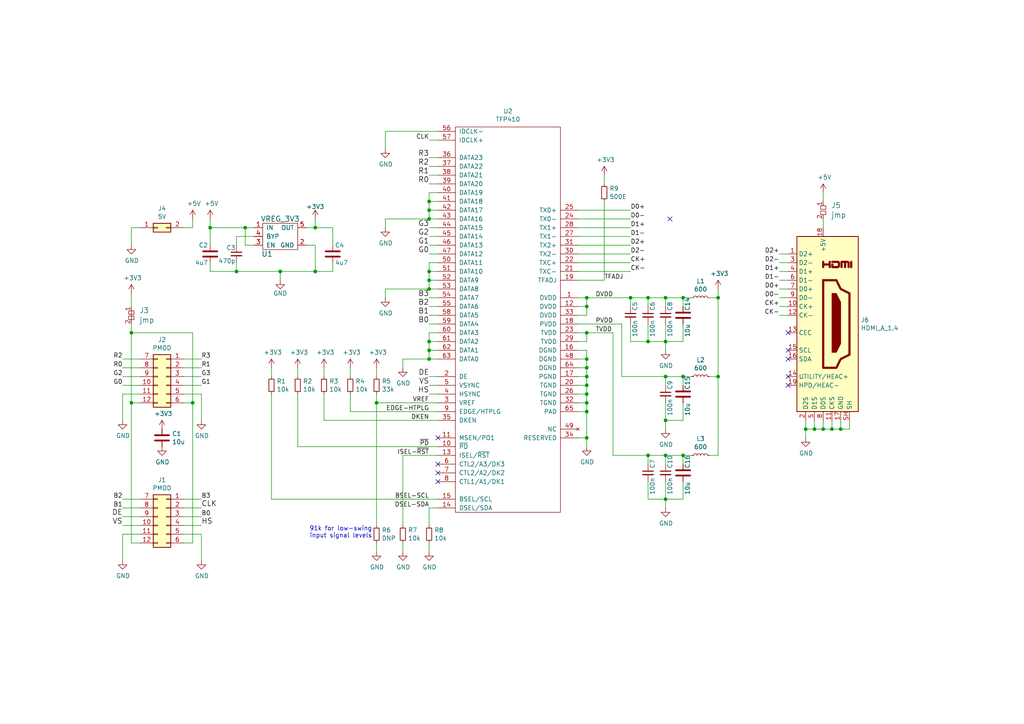
<source format=kicad_sch>
(kicad_sch (version 20230121) (generator eeschema)
  (paper "A4")
  (title_block (title "iCEBreaker PMOD - 12bit DVI") (rev "V0.1a") (company "1BitSquared") (comment 1 "(C) 2018 Piotr Esden-Tempski <piotr@esden.net>") (comment 2 "(C) 2018 1BitSquared <info@1bitsquared.com>") (comment 3 "License: CC-BY-SA V4.0"))
  (lib_symbols
    (symbol "Connector:HDMI_A_1.4"
      (property "Reference" "J" (at -6.35 26.67 0))
      (property "Value" "HDMI_A_1.4" (at 10.16 26.67 0))
      (symbol "HDMI_A_1.4_0_0"
        (polyline (pts (xy 8.128 16.51) (xy 8.128 18.034)) (stroke (width 0.635)))
        (polyline (pts (xy 0 16.51) (xy 0 18.034) (xy 0 17.272) (xy 1.905 17.272) (xy 1.905 18.034) (xy 1.905 16.51)) (stroke (width 0.635)))
        (polyline (pts (xy 2.667 18.034) (xy 4.318 18.034) (xy 4.572 17.78) (xy 4.572 16.764) (xy 4.318 16.51) (xy 2.667 16.51) (xy 2.667 17.272)) (stroke (width 0.635)))
      )
      (symbol "HDMI_A_1.4_0_1"
        (rectangle (start -7.62 25.4) (end 10.16 -25.4) (stroke (width 0.254)) (fill (type background)))
        (polyline (pts (xy 2.54 8.89) (xy 3.81 8.89) (xy 5.08 6.35) (xy 5.08 -5.715) (xy 3.81 -8.255) (xy 2.54 -8.255) (xy 2.54 8.89)) (fill (type outline)))
        (polyline (pts (xy 5.334 16.51) (xy 5.334 18.034) (xy 6.35 18.034) (xy 6.35 16.51) (xy 6.35 18.034) (xy 7.112 18.034) (xy 7.366 17.78) (xy 7.366 16.51)) (stroke (width 0.635)))
        (polyline (pts (xy 0 12.7) (xy 0 -12.7) (xy 3.81 -12.7) (xy 5.08 -10.16) (xy 7.62 -8.89) (xy 7.62 8.89) (xy 5.08 10.16) (xy 3.81 12.7) (xy 0 12.7)) (stroke (width 0.635)))
      )
      (symbol "HDMI_A_1.4_1_1"
        (pin passive line (at -10.16 20.32 0) (length 2.54) (name "D2+") (number "1"))
        (pin passive line (at -10.16 5.08 0) (length 2.54) (name "CK+") (number "10"))
        (pin power_in line (at 2.54 -27.94 90) (length 2.54) (name "CKS") (number "11"))
        (pin passive line (at -10.16 2.54 0) (length 2.54) (name "CK-") (number "12"))
        (pin bidirectional line (at -10.16 -2.54 0) (length 2.54) (name "CEC") (number "13"))
        (pin passive line (at -10.16 -15.24 0) (length 2.54) (name "UTILITY/HEAC+") (number "14"))
        (pin passive line (at -10.16 -7.62 0) (length 2.54) (name "SCL") (number "15"))
        (pin bidirectional line (at -10.16 -10.16 0) (length 2.54) (name "SDA") (number "16"))
        (pin power_in line (at 5.08 -27.94 90) (length 2.54) (name "GND") (number "17"))
        (pin power_in line (at 0 27.94 270) (length 2.54) (name "+5V") (number "18"))
        (pin passive line (at -10.16 -17.78 0) (length 2.54) (name "HPD/HEAC-") (number "19"))
        (pin power_in line (at -5.08 -27.94 90) (length 2.54) (name "D2S") (number "2"))
        (pin passive line (at -10.16 17.78 0) (length 2.54) (name "D2-") (number "3"))
        (pin passive line (at -10.16 15.24 0) (length 2.54) (name "D1+") (number "4"))
        (pin power_in line (at -2.54 -27.94 90) (length 2.54) (name "D1S") (number "5"))
        (pin passive line (at -10.16 12.7 0) (length 2.54) (name "D1-") (number "6"))
        (pin passive line (at -10.16 10.16 0) (length 2.54) (name "D0+") (number "7"))
        (pin power_in line (at 0 -27.94 90) (length 2.54) (name "D0S") (number "8"))
        (pin passive line (at -10.16 7.62 0) (length 2.54) (name "D0-") (number "9"))
        (pin passive line (at 7.62 -27.94 90) (length 2.54) (name "SH") (number "SH"))
      )
    )
    (symbol "Connector_Generic:Conn_02x01" (pin_names (offset 1.016) hide)
      (property "Reference" "J" (at 1.27 2.54 0))
      (property "Value" "Conn_02x01" (at 1.27 -2.54 0))
      (symbol "Conn_02x01_1_1"
        (rectangle (start -1.27 0.127) (end 0 -0.127) (stroke (width 0.1524)))
        (rectangle (start -1.27 1.27) (end 3.81 -1.27) (stroke (width 0.254)) (fill (type background)))
        (rectangle (start 3.81 0.127) (end 2.54 -0.127) (stroke (width 0.1524)))
        (pin passive line (at -5.08 0 0) (length 3.81) (name "Pin_1") (number "1"))
        (pin passive line (at 7.62 0 180) (length 3.81) (name "Pin_2") (number "2"))
      )
    )
    (symbol "Connector_Generic:Conn_02x06_Top_Bottom" (pin_names (offset 1.016) hide)
      (property "Reference" "J" (at 1.27 7.62 0))
      (property "Value" "Conn_02x06_Top_Bottom" (at 1.27 -10.16 0))
      (symbol "Conn_02x06_Top_Bottom_1_1"
        (rectangle (start -1.27 -7.493) (end 0 -7.747) (stroke (width 0.1524)))
        (rectangle (start -1.27 -4.953) (end 0 -5.207) (stroke (width 0.1524)))
        (rectangle (start -1.27 -2.413) (end 0 -2.667) (stroke (width 0.1524)))
        (rectangle (start -1.27 0.127) (end 0 -0.127) (stroke (width 0.1524)))
        (rectangle (start -1.27 2.667) (end 0 2.413) (stroke (width 0.1524)))
        (rectangle (start -1.27 5.207) (end 0 4.953) (stroke (width 0.1524)))
        (rectangle (start -1.27 6.35) (end 3.81 -8.89) (stroke (width 0.254)) (fill (type background)))
        (rectangle (start 3.81 -7.493) (end 2.54 -7.747) (stroke (width 0.1524)))
        (rectangle (start 3.81 -4.953) (end 2.54 -5.207) (stroke (width 0.1524)))
        (rectangle (start 3.81 -2.413) (end 2.54 -2.667) (stroke (width 0.1524)))
        (rectangle (start 3.81 0.127) (end 2.54 -0.127) (stroke (width 0.1524)))
        (rectangle (start 3.81 2.667) (end 2.54 2.413) (stroke (width 0.1524)))
        (rectangle (start 3.81 5.207) (end 2.54 4.953) (stroke (width 0.1524)))
        (pin passive line (at -5.08 5.08 0) (length 3.81) (name "Pin_1") (number "1"))
        (pin passive line (at 7.62 -2.54 180) (length 3.81) (name "Pin_10") (number "10"))
        (pin passive line (at 7.62 -5.08 180) (length 3.81) (name "Pin_11") (number "11"))
        (pin passive line (at 7.62 -7.62 180) (length 3.81) (name "Pin_12") (number "12"))
        (pin passive line (at -5.08 2.54 0) (length 3.81) (name "Pin_2") (number "2"))
        (pin passive line (at -5.08 0 0) (length 3.81) (name "Pin_3") (number "3"))
        (pin passive line (at -5.08 -2.54 0) (length 3.81) (name "Pin_4") (number "4"))
        (pin passive line (at -5.08 -5.08 0) (length 3.81) (name "Pin_5") (number "5"))
        (pin passive line (at -5.08 -7.62 0) (length 3.81) (name "Pin_6") (number "6"))
        (pin passive line (at 7.62 5.08 180) (length 3.81) (name "Pin_7") (number "7"))
        (pin passive line (at 7.62 2.54 180) (length 3.81) (name "Pin_8") (number "8"))
        (pin passive line (at 7.62 0 180) (length 3.81) (name "Pin_9") (number "9"))
      )
    )
    (symbol "dvi-12bit-rescue:TFP410-pkl_texas" (pin_names (offset 1.016))
      (property "Reference" "U" (at 0 55.88 0))
      (property "Value" "pkl_texas:TFP410" (at 0 -58.42 0))
      (symbol "TFP410-pkl_texas_0_1"
        (rectangle (start -15.24 54.61) (end 15.24 -57.15))
      )
      (symbol "TFP410-pkl_texas_1_1"
        (pin power_in line (at 20.32 5.08 180) (length 5.08) (name "DVDD") (number "1"))
        (pin input line (at -20.32 -38.1 0) (length 5.08) (name "~{PD}") (number "10"))
        (pin output line (at -20.32 -35.56 0) (length 5.08) (name "MSEN/PO1") (number "11"))
        (pin power_in line (at 20.32 2.54 180) (length 5.08) (name "DVDD") (number "12"))
        (pin input line (at -20.32 -40.64 0) (length 5.08) (name "ISEL/~{RST}") (number "13"))
        (pin input line (at -20.32 -55.88 0) (length 5.08) (name "DSEL/SDA") (number "14"))
        (pin input line (at -20.32 -53.34 0) (length 5.08) (name "BSEL/SCL") (number "15"))
        (pin power_in line (at 20.32 -10.16 180) (length 5.08) (name "DGND") (number "16"))
        (pin power_in line (at 20.32 -17.78 180) (length 5.08) (name "PGND") (number "17"))
        (pin power_in line (at 20.32 -2.54 180) (length 5.08) (name "PVDD") (number "18"))
        (pin input line (at 20.32 10.16 180) (length 5.08) (name "TFADJ") (number "19"))
        (pin input line (at -20.32 -17.78 0) (length 5.08) (name "DE") (number "2"))
        (pin power_in line (at 20.32 -20.32 180) (length 5.08) (name "TGND") (number "20"))
        (pin output line (at 20.32 12.7 180) (length 5.08) (name "TXC-") (number "21"))
        (pin output line (at 20.32 15.24 180) (length 5.08) (name "TXC+") (number "22"))
        (pin power_in line (at 20.32 -5.08 180) (length 5.08) (name "TVDD") (number "23"))
        (pin output line (at 20.32 27.94 180) (length 5.08) (name "TX0-") (number "24"))
        (pin output line (at 20.32 30.48 180) (length 5.08) (name "TX0+") (number "25"))
        (pin power_in line (at 20.32 -22.86 180) (length 5.08) (name "TGND") (number "26"))
        (pin output line (at 20.32 22.86 180) (length 5.08) (name "TX1-") (number "27"))
        (pin output line (at 20.32 25.4 180) (length 5.08) (name "TX1+") (number "28"))
        (pin power_in line (at 20.32 -7.62 180) (length 5.08) (name "TVDD") (number "29"))
        (pin input line (at -20.32 -25.4 0) (length 5.08) (name "VREF") (number "3"))
        (pin output line (at 20.32 17.78 180) (length 5.08) (name "TX2-") (number "30"))
        (pin output line (at 20.32 20.32 180) (length 5.08) (name "TX2+") (number "31"))
        (pin power_in line (at 20.32 -25.4 180) (length 5.08) (name "TGND") (number "32"))
        (pin power_in line (at 20.32 0 180) (length 5.08) (name "DVDD") (number "33"))
        (pin input line (at 20.32 -35.56 180) (length 5.08) (name "RESERVED") (number "34"))
        (pin input line (at -20.32 -30.48 0) (length 5.08) (name "DKEN") (number "35"))
        (pin input line (at -20.32 45.72 0) (length 5.08) (name "DATA23") (number "36"))
        (pin input line (at -20.32 43.18 0) (length 5.08) (name "DATA22") (number "37"))
        (pin input line (at -20.32 40.64 0) (length 5.08) (name "DATA21") (number "38"))
        (pin input line (at -20.32 38.1 0) (length 5.08) (name "DATA20") (number "39"))
        (pin input line (at -20.32 -22.86 0) (length 5.08) (name "HSYNC") (number "4"))
        (pin input line (at -20.32 35.56 0) (length 5.08) (name "DATA19") (number "40"))
        (pin input line (at -20.32 33.02 0) (length 5.08) (name "DATA18") (number "41"))
        (pin input line (at -20.32 30.48 0) (length 5.08) (name "DATA17") (number "42"))
        (pin input line (at -20.32 27.94 0) (length 5.08) (name "DATA16") (number "43"))
        (pin input line (at -20.32 25.4 0) (length 5.08) (name "DATA15") (number "44"))
        (pin input line (at -20.32 22.86 0) (length 5.08) (name "DATA14") (number "45"))
        (pin input line (at -20.32 20.32 0) (length 5.08) (name "DATA13") (number "46"))
        (pin input line (at -20.32 17.78 0) (length 5.08) (name "DATA12") (number "47"))
        (pin power_in line (at 20.32 -12.7 180) (length 5.08) (name "DGND") (number "48"))
        (pin no_connect line (at 20.32 -33.02 180) (length 5.08) (name "NC") (number "49"))
        (pin input line (at -20.32 -20.32 0) (length 5.08) (name "VSYNC") (number "5"))
        (pin input line (at -20.32 15.24 0) (length 5.08) (name "DATA11") (number "50"))
        (pin input line (at -20.32 12.7 0) (length 5.08) (name "DATA10") (number "51"))
        (pin input line (at -20.32 10.16 0) (length 5.08) (name "DATA9") (number "52"))
        (pin input line (at -20.32 7.62 0) (length 5.08) (name "DATA8") (number "53"))
        (pin input line (at -20.32 5.08 0) (length 5.08) (name "DATA7") (number "54"))
        (pin input line (at -20.32 2.54 0) (length 5.08) (name "DATA6") (number "55"))
        (pin input line (at -20.32 53.34 0) (length 5.08) (name "IDCLK-") (number "56"))
        (pin input line (at -20.32 50.8 0) (length 5.08) (name "IDCLK+") (number "57"))
        (pin input line (at -20.32 0 0) (length 5.08) (name "DATA5") (number "58"))
        (pin input line (at -20.32 -2.54 0) (length 5.08) (name "DATA4") (number "59"))
        (pin input line (at -20.32 -43.18 0) (length 5.08) (name "CTL2/A3/DK3") (number "6"))
        (pin input line (at -20.32 -5.08 0) (length 5.08) (name "DATA3") (number "60"))
        (pin input line (at -20.32 -7.62 0) (length 5.08) (name "DATA2") (number "61"))
        (pin input line (at -20.32 -10.16 0) (length 5.08) (name "DATA1") (number "62"))
        (pin input line (at -20.32 -12.7 0) (length 5.08) (name "DATA0") (number "63"))
        (pin power_in line (at 20.32 -15.24 180) (length 5.08) (name "DGND") (number "64"))
        (pin power_in line (at 20.32 -27.94 180) (length 5.08) (name "PAD") (number "65"))
        (pin input line (at -20.32 -45.72 0) (length 5.08) (name "CTL2/A2/DK2") (number "7"))
        (pin input line (at -20.32 -48.26 0) (length 5.08) (name "CTL1/A1/DK1") (number "8"))
        (pin input line (at -20.32 -27.94 0) (length 5.08) (name "EDGE/HTPLG") (number "9"))
      )
    )
    (symbol "dvi-12bit-rescue:pkl_C-pkl_device" (pin_numbers hide) (pin_names (offset 0.254))
      (property "Reference" "C" (at 0.635 2.54 0))
      (property "Value" "pkl_device:pkl_C" (at 0.635 -2.54 0))
      (symbol "pkl_C-pkl_device_0_1"
        (polyline (pts (xy -2.032 -0.762) (xy 2.032 -0.762)) (stroke (width 0.508)))
        (polyline (pts (xy -2.032 0.762) (xy 2.032 0.762)) (stroke (width 0.508)))
      )
      (symbol "pkl_C-pkl_device_1_1"
        (pin passive line (at 0 2.54 270) (length 1.524) (name "~") (number "1"))
        (pin passive line (at 0 -2.54 90) (length 1.524) (name "~") (number "2"))
      )
    )
    (symbol "dvi-12bit-rescue:pkl_C_Small-pkl_device" (pin_numbers hide) (pin_names (offset 0.254) hide)
      (property "Reference" "C" (at 0.254 1.778 0))
      (property "Value" "pkl_device:pkl_C_Small" (at 0.254 -2.032 0))
      (symbol "pkl_C_Small-pkl_device_0_1"
        (polyline (pts (xy -1.524 -0.508) (xy 1.524 -0.508)) (stroke (width 0.3302)))
        (polyline (pts (xy -1.524 0.508) (xy 1.524 0.508)) (stroke (width 0.3048)))
      )
      (symbol "pkl_C_Small-pkl_device_1_1"
        (pin passive line (at 0 2.54 270) (length 1.905) (name "~") (number "1"))
        (pin passive line (at 0 -2.54 90) (length 2.032) (name "~") (number "2"))
      )
    )
    (symbol "dvi-12bit-rescue:pkl_L_Small-pkl_device" (pin_numbers hide) (pin_names (offset 0) hide)
      (property "Reference" "L" (at 1.524 1.27 0))
      (property "Value" "pkl_device:pkl_L_Small" (at 1.524 -1.27 0))
      (symbol "pkl_L_Small-pkl_device_0_1"
        (arc (start 0 -2.032) (mid 0.5058 -1.524) (end 0 -1.016))
        (arc (start 0 -1.016) (mid 0.5058 -0.508) (end 0 0))
        (arc (start 0 0) (mid 0.5058 0.508) (end 0 1.016))
        (arc (start 0 1.016) (mid 0.5058 1.524) (end 0 2.032))
      )
      (symbol "pkl_L_Small-pkl_device_1_1"
        (pin input line (at 0 -2.54 90) (length 0.508) (name "1") (number "1"))
        (pin input line (at 0 2.54 270) (length 0.508) (name "2") (number "2"))
      )
    )
    (symbol "dvi-12bit-rescue:pkl_R_Small-pkl_device" (pin_numbers hide) (pin_names (offset 0.254) hide)
      (property "Reference" "R" (at 0.762 0.508 0))
      (property "Value" "pkl_device:pkl_R_Small" (at 0.762 -1.016 0))
      (symbol "pkl_R_Small-pkl_device_0_1"
        (rectangle (start -0.762 1.778) (end 0.762 -1.778) (stroke (width 0.2032)))
      )
      (symbol "pkl_R_Small-pkl_device_1_1"
        (pin passive line (at 0 2.54 270) (length 0.762) (name "~") (number "1"))
        (pin passive line (at 0 -2.54 90) (length 0.762) (name "~") (number "2"))
      )
    )
    (symbol "dvi-12bit-rescue:pkl_VREG_5PIN_FIXED-pkl_device" (pin_names (offset 1.016))
      (property "Reference" "U" (at -3.81 -5.08 0))
      (property "Value" "pkl_device:pkl_VREG_5PIN_FIXED" (at 0 5.08 0))
      (symbol "pkl_VREG_5PIN_FIXED-pkl_device_0_1"
        (rectangle (start -5.08 3.81) (end 5.08 -3.81))
      )
      (symbol "pkl_VREG_5PIN_FIXED-pkl_device_1_1"
        (pin power_in line (at -7.62 2.54 0) (length 2.54) (name "IN") (number "1"))
        (pin power_in line (at 7.62 -2.54 180) (length 2.54) (name "GND") (number "2"))
        (pin input line (at -7.62 -2.54 0) (length 2.54) (name "EN") (number "3"))
        (pin power_out line (at -7.62 0 0) (length 2.54) (name "BYP") (number "4"))
        (pin power_out line (at 7.62 2.54 180) (length 2.54) (name "OUT") (number "5"))
      )
    )
    (symbol "dvi-12bit-rescue:pkl_jumper-pkl_misc" (pin_names (offset 1.016))
      (property "Reference" "J" (at 2.54 -2.54 0))
      (property "Value" "pkl_misc:pkl_jumper" (at 0 3.81 0))
      (symbol "pkl_jumper-pkl_misc_0_1"
        (rectangle (start -1.27 0.762) (end -0.254 -0.762))
        (rectangle (start 0.254 0.762) (end 1.27 -0.762))
      )
      (symbol "pkl_jumper-pkl_misc_1_1"
        (pin passive line (at -2.54 0 0) (length 1.27) (name "~") (number "1"))
        (pin passive line (at 2.54 0 180) (length 1.27) (name "~") (number "2"))
      )
    )
    (symbol "dvi-12bit-rescue:pkl_jumper_nc-pkl_misc" (pin_names (offset 1.016))
      (property "Reference" "J" (at 0 -2.54 0))
      (property "Value" "pkl_misc:pkl_jumper_nc" (at 0 3.81 0))
      (symbol "pkl_jumper_nc-pkl_misc_0_1"
        (polyline (pts (xy -1.27 0) (xy 1.27 0)))
      )
      (symbol "pkl_jumper_nc-pkl_misc_1_1"
        (rectangle (start -1.27 0.762) (end -0.254 -0.762))
        (rectangle (start 0.254 0.762) (end 1.27 -0.762))
        (pin passive line (at -2.54 0 0) (length 1.27) (name "~") (number "1"))
        (pin passive line (at 2.54 0 180) (length 1.27) (name "~") (number "2"))
      )
    )
    (symbol "power:+3V3" (power) (pin_names (offset 0))
      (property "Value" "+3V3" (at 0 3.556 0))
      (symbol "+3V3_0_1"
        (polyline (pts (xy -0.762 1.27) (xy 0 2.54)))
        (polyline (pts (xy 0 0) (xy 0 2.54)))
        (polyline (pts (xy 0 2.54) (xy 0.762 1.27)))
      )
      (symbol "+3V3_1_1"
        (pin power_in line (at 0 0 90) (length 0) hide (name "+3V3") (number "1"))
      )
    )
    (symbol "power:+5V" (power) (pin_names (offset 0))
      (property "Value" "+5V" (at 0 3.556 0))
      (symbol "+5V_0_1"
        (polyline (pts (xy -0.762 1.27) (xy 0 2.54)))
        (polyline (pts (xy 0 0) (xy 0 2.54)))
        (polyline (pts (xy 0 2.54) (xy 0.762 1.27)))
      )
      (symbol "+5V_1_1"
        (pin power_in line (at 0 0 90) (length 0) hide (name "+5V") (number "1"))
      )
    )
    (symbol "power:GND" (power) (pin_names (offset 0))
      (property "Value" "GND" (at 0 -3.81 0))
      (symbol "GND_0_1"
        (polyline (pts (xy 0 0) (xy 0 -1.27) (xy 1.27 -1.27) (xy 0 -2.54) (xy -1.27 -1.27) (xy 0 -1.27)))
      )
      (symbol "GND_1_1"
        (pin power_in line (at 0 0 270) (length 0) hide (name "GND") (number "1"))
      )
    )
  )
  (junction (at 170.18 127))
  (junction (at 187.96 132.08))
  (junction (at 124.46 99.06))
  (junction (at 124.46 58.42))
  (junction (at 124.46 63.5))
  (junction (at 193.04 132.08))
  (junction (at 193.04 99.06))
  (junction (at 170.18 114.3))
  (junction (at 170.18 88.9))
  (junction (at 241.3 124.46))
  (junction (at 193.04 109.22))
  (junction (at 81.28 78.74))
  (junction (at 91.44 78.74))
  (junction (at 170.18 104.14))
  (junction (at 55.88 116.84))
  (junction (at 68.58 78.74))
  (junction (at 236.22 124.46))
  (junction (at 124.46 81.28))
  (junction (at 187.96 86.36))
  (junction (at 170.18 116.84))
  (junction (at 233.68 124.46))
  (junction (at 170.18 111.76))
  (junction (at 124.46 60.96))
  (junction (at 170.18 86.36))
  (junction (at 193.04 121.92))
  (junction (at 243.84 124.46))
  (junction (at 193.04 86.36))
  (junction (at 38.1 96.52))
  (junction (at 170.18 119.38))
  (junction (at 170.18 106.68))
  (junction (at 193.04 144.78))
  (junction (at 187.96 99.06))
  (junction (at 198.12 86.36))
  (junction (at 208.28 109.22))
  (junction (at 124.46 78.74))
  (junction (at 124.46 104.14))
  (junction (at 238.76 124.46))
  (junction (at 198.12 132.08))
  (junction (at 170.18 96.52))
  (junction (at 38.1 116.84))
  (junction (at 208.28 86.36))
  (junction (at 71.12 66.04))
  (junction (at 182.88 86.36))
  (junction (at 109.22 116.84))
  (junction (at 198.12 109.22))
  (junction (at 60.96 66.04))
  (junction (at 124.46 83.82))
  (junction (at 170.18 109.22))
  (junction (at 124.46 101.6))
  (junction (at 91.44 66.04))
  (no_connect (at 127 139.7))
  (no_connect (at 228.6 104.14))
  (no_connect (at 228.6 101.6))
  (no_connect (at 228.6 111.76))
  (no_connect (at 127 137.16))
  (no_connect (at 127 134.62))
  (no_connect (at 127 127))
  (no_connect (at 194.31 63.5))
  (no_connect (at 228.6 96.52))
  (no_connect (at 228.6 109.22))
  (wire (pts (xy 236.22 124.46) (xy 233.68 124.46)))
  (wire (pts (xy 40.64 116.84) (xy 38.1 116.84)))
  (wire (pts (xy 198.12 109.22) (xy 200.66 109.22)))
  (wire (pts (xy 167.64 76.2) (xy 182.88 76.2)))
  (wire (pts (xy 55.88 157.48) (xy 53.34 157.48)))
  (wire (pts (xy 124.46 147.32) (xy 124.46 152.4)))
  (wire (pts (xy 53.34 109.22) (xy 58.42 109.22)))
  (wire (pts (xy 180.34 93.98) (xy 180.34 109.22)))
  (wire (pts (xy 170.18 111.76) (xy 170.18 114.3)))
  (wire (pts (xy 167.64 109.22) (xy 170.18 109.22)))
  (wire (pts (xy 167.64 81.28) (xy 175.26 81.28)))
  (wire (pts (xy 167.64 114.3) (xy 170.18 114.3)))
  (wire (pts (xy 40.64 104.14) (xy 35.56 104.14)))
  (wire (pts (xy 78.74 109.22) (xy 78.74 106.68)))
  (wire (pts (xy 88.9 66.04) (xy 91.44 66.04)))
  (wire (pts (xy 228.6 73.66) (xy 226.06 73.66)))
  (wire (pts (xy 193.04 99.06) (xy 193.04 101.6)))
  (wire (pts (xy 205.74 86.36) (xy 208.28 86.36)))
  (wire (pts (xy 170.18 114.3) (xy 170.18 116.84)))
  (wire (pts (xy 167.64 111.76) (xy 170.18 111.76)))
  (wire (pts (xy 91.44 66.04) (xy 96.52 66.04)))
  (wire (pts (xy 35.56 154.94) (xy 35.56 162.56)))
  (wire (pts (xy 182.88 86.36) (xy 170.18 86.36)))
  (wire (pts (xy 167.64 93.98) (xy 180.34 93.98)))
  (wire (pts (xy 167.64 78.74) (xy 182.88 78.74)))
  (wire (pts (xy 101.6 109.22) (xy 101.6 106.68)))
  (wire (pts (xy 228.6 81.28) (xy 226.06 81.28)))
  (wire (pts (xy 71.12 71.12) (xy 73.66 71.12)))
  (wire (pts (xy 193.04 144.78) (xy 193.04 147.32)))
  (wire (pts (xy 116.84 157.48) (xy 116.84 160.02)))
  (wire (pts (xy 167.64 96.52) (xy 170.18 96.52)))
  (wire (pts (xy 60.96 63.5) (xy 60.96 66.04)))
  (wire (pts (xy 167.64 91.44) (xy 170.18 91.44)))
  (wire (pts (xy 167.64 127) (xy 170.18 127)))
  (wire (pts (xy 124.46 86.36) (xy 127 86.36)))
  (wire (pts (xy 193.04 109.22) (xy 198.12 109.22)))
  (wire (pts (xy 109.22 116.84) (xy 109.22 152.4)))
  (wire (pts (xy 127 83.82) (xy 124.46 83.82)))
  (wire (pts (xy 170.18 116.84) (xy 170.18 119.38)))
  (wire (pts (xy 193.04 86.36) (xy 187.96 86.36)))
  (wire (pts (xy 127 40.64) (xy 124.46 40.64)))
  (wire (pts (xy 40.64 114.3) (xy 35.56 114.3)))
  (wire (pts (xy 170.18 104.14) (xy 170.18 106.68)))
  (wire (pts (xy 53.34 111.76) (xy 58.42 111.76)))
  (wire (pts (xy 167.64 73.66) (xy 182.88 73.66)))
  (wire (pts (xy 88.9 71.12) (xy 91.44 71.12)))
  (wire (pts (xy 111.76 38.1) (xy 127 38.1)))
  (wire (pts (xy 38.1 66.04) (xy 38.1 71.12)))
  (wire (pts (xy 228.6 86.36) (xy 226.06 86.36)))
  (wire (pts (xy 124.46 63.5) (xy 111.76 63.5)))
  (wire (pts (xy 60.96 78.74) (xy 68.58 78.74)))
  (wire (pts (xy 53.34 152.4) (xy 58.42 152.4)))
  (wire (pts (xy 124.46 104.14) (xy 124.46 101.6)))
  (wire (pts (xy 198.12 109.22) (xy 198.12 111.76)))
  (wire (pts (xy 193.04 132.08) (xy 198.12 132.08)))
  (wire (pts (xy 40.64 147.32) (xy 35.56 147.32)))
  (wire (pts (xy 127 99.06) (xy 124.46 99.06)))
  (wire (pts (xy 238.76 63.5) (xy 238.76 66.04)))
  (wire (pts (xy 124.46 63.5) (xy 124.46 60.96)))
  (wire (pts (xy 208.28 86.36) (xy 208.28 109.22)))
  (wire (pts (xy 205.74 132.08) (xy 208.28 132.08)))
  (wire (pts (xy 53.34 147.32) (xy 58.42 147.32)))
  (wire (pts (xy 55.88 96.52) (xy 55.88 116.84)))
  (wire (pts (xy 241.3 121.92) (xy 241.3 124.46)))
  (wire (pts (xy 187.96 144.78) (xy 193.04 144.78)))
  (wire (pts (xy 170.18 96.52) (xy 177.8 96.52)))
  (wire (pts (xy 170.18 127) (xy 170.18 129.54)))
  (wire (pts (xy 127 81.28) (xy 124.46 81.28)))
  (wire (pts (xy 71.12 66.04) (xy 73.66 66.04)))
  (wire (pts (xy 198.12 86.36) (xy 198.12 88.9)))
  (wire (pts (xy 193.04 139.7) (xy 193.04 144.78)))
  (wire (pts (xy 193.04 109.22) (xy 193.04 111.76)))
  (wire (pts (xy 53.34 154.94) (xy 58.42 154.94)))
  (wire (pts (xy 86.36 129.54) (xy 86.36 114.3)))
  (wire (pts (xy 175.26 81.28) (xy 175.26 58.42)))
  (wire (pts (xy 127 73.66) (xy 124.46 73.66)))
  (wire (pts (xy 111.76 63.5) (xy 111.76 66.04)))
  (wire (pts (xy 109.22 106.68) (xy 109.22 109.22)))
  (wire (pts (xy 53.34 104.14) (xy 58.42 104.14)))
  (wire (pts (xy 60.96 66.04) (xy 71.12 66.04)))
  (wire (pts (xy 127 55.88) (xy 124.46 55.88)))
  (wire (pts (xy 127 109.22) (xy 124.46 109.22)))
  (wire (pts (xy 60.96 66.04) (xy 60.96 71.12)))
  (wire (pts (xy 187.96 93.98) (xy 187.96 99.06)))
  (wire (pts (xy 124.46 60.96) (xy 124.46 58.42)))
  (wire (pts (xy 127 53.34) (xy 124.46 53.34)))
  (wire (pts (xy 228.6 78.74) (xy 226.06 78.74)))
  (wire (pts (xy 40.64 106.68) (xy 35.56 106.68)))
  (wire (pts (xy 124.46 101.6) (xy 124.46 99.06)))
  (wire (pts (xy 68.58 76.2) (xy 68.58 78.74)))
  (wire (pts (xy 93.98 121.92) (xy 93.98 114.3)))
  (wire (pts (xy 193.04 121.92) (xy 193.04 124.46)))
  (wire (pts (xy 127 50.8) (xy 124.46 50.8)))
  (wire (pts (xy 243.84 121.92) (xy 243.84 124.46)))
  (wire (pts (xy 170.18 119.38) (xy 170.18 127)))
  (wire (pts (xy 96.52 78.74) (xy 96.52 76.2)))
  (wire (pts (xy 96.52 66.04) (xy 96.52 71.12)))
  (wire (pts (xy 68.58 78.74) (xy 81.28 78.74)))
  (wire (pts (xy 53.34 149.86) (xy 58.42 149.86)))
  (wire (pts (xy 187.96 139.7) (xy 187.96 144.78)))
  (wire (pts (xy 127 76.2) (xy 124.46 76.2)))
  (wire (pts (xy 167.64 71.12) (xy 182.88 71.12)))
  (wire (pts (xy 53.34 144.78) (xy 58.42 144.78)))
  (wire (pts (xy 35.56 114.3) (xy 35.56 121.92)))
  (wire (pts (xy 187.96 99.06) (xy 193.04 99.06)))
  (wire (pts (xy 127 71.12) (xy 124.46 71.12)))
  (wire (pts (xy 170.18 99.06) (xy 170.18 96.52)))
  (wire (pts (xy 187.96 86.36) (xy 187.96 88.9)))
  (wire (pts (xy 198.12 121.92) (xy 198.12 116.84)))
  (wire (pts (xy 124.46 99.06) (xy 124.46 96.52)))
  (wire (pts (xy 180.34 109.22) (xy 193.04 109.22)))
  (wire (pts (xy 167.64 66.04) (xy 182.88 66.04)))
  (wire (pts (xy 116.84 152.4) (xy 116.84 132.08)))
  (wire (pts (xy 111.76 83.82) (xy 111.76 86.36)))
  (wire (pts (xy 124.46 45.72) (xy 127 45.72)))
  (wire (pts (xy 53.34 114.3) (xy 58.42 114.3)))
  (wire (pts (xy 55.88 96.52) (xy 38.1 96.52)))
  (wire (pts (xy 116.84 104.14) (xy 116.84 106.68)))
  (wire (pts (xy 167.64 63.5) (xy 182.88 63.5)))
  (wire (pts (xy 86.36 109.22) (xy 86.36 106.68)))
  (wire (pts (xy 246.38 121.92) (xy 246.38 124.46)))
  (wire (pts (xy 127 93.98) (xy 124.46 93.98)))
  (wire (pts (xy 127 116.84) (xy 109.22 116.84)))
  (wire (pts (xy 208.28 86.36) (xy 208.28 83.82)))
  (wire (pts (xy 78.74 144.78) (xy 127 144.78)))
  (wire (pts (xy 71.12 66.04) (xy 71.12 71.12)))
  (wire (pts (xy 228.6 88.9) (xy 226.06 88.9)))
  (wire (pts (xy 53.34 116.84) (xy 55.88 116.84)))
  (wire (pts (xy 198.12 99.06) (xy 198.12 93.98)))
  (wire (pts (xy 200.66 86.36) (xy 198.12 86.36)))
  (wire (pts (xy 175.26 53.34) (xy 175.26 50.8)))
  (wire (pts (xy 91.44 63.5) (xy 91.44 66.04)))
  (wire (pts (xy 198.12 132.08) (xy 198.12 134.62)))
  (wire (pts (xy 127 91.44) (xy 124.46 91.44)))
  (wire (pts (xy 182.88 93.98) (xy 182.88 99.06)))
  (wire (pts (xy 38.1 85.09) (xy 38.1 88.9)))
  (wire (pts (xy 170.18 106.68) (xy 170.18 109.22)))
  (wire (pts (xy 116.84 132.08) (xy 127 132.08)))
  (wire (pts (xy 233.68 121.92) (xy 233.68 124.46)))
  (wire (pts (xy 238.76 58.42) (xy 238.76 55.88)))
  (wire (pts (xy 243.84 124.46) (xy 241.3 124.46)))
  (wire (pts (xy 101.6 119.38) (xy 127 119.38)))
  (wire (pts (xy 124.46 104.14) (xy 116.84 104.14)))
  (wire (pts (xy 55.88 157.48) (xy 55.88 116.84)))
  (wire (pts (xy 228.6 83.82) (xy 226.06 83.82)))
  (wire (pts (xy 167.64 68.58) (xy 182.88 68.58)))
  (wire (pts (xy 198.12 132.08) (xy 200.66 132.08)))
  (wire (pts (xy 86.36 129.54) (xy 127 129.54)))
  (wire (pts (xy 127 48.26) (xy 124.46 48.26)))
  (wire (pts (xy 81.28 78.74) (xy 81.28 81.28)))
  (wire (pts (xy 182.88 99.06) (xy 187.96 99.06)))
  (wire (pts (xy 58.42 114.3) (xy 58.42 121.92)))
  (wire (pts (xy 127 114.3) (xy 124.46 114.3)))
  (wire (pts (xy 167.64 104.14) (xy 170.18 104.14)))
  (wire (pts (xy 38.1 93.98) (xy 38.1 96.52)))
  (wire (pts (xy 167.64 86.36) (xy 170.18 86.36)))
  (wire (pts (xy 127 147.32) (xy 124.46 147.32)))
  (wire (pts (xy 124.46 58.42) (xy 124.46 55.88)))
  (wire (pts (xy 127 60.96) (xy 124.46 60.96)))
  (wire (pts (xy 182.88 86.36) (xy 182.88 88.9)))
  (wire (pts (xy 170.18 88.9) (xy 170.18 86.36)))
  (wire (pts (xy 127 58.42) (xy 124.46 58.42)))
  (wire (pts (xy 177.8 96.52) (xy 177.8 132.08)))
  (wire (pts (xy 127 68.58) (xy 124.46 68.58)))
  (wire (pts (xy 53.34 66.04) (xy 55.88 66.04)))
  (wire (pts (xy 127 104.14) (xy 124.46 104.14)))
  (wire (pts (xy 78.74 144.78) (xy 78.74 114.3)))
  (wire (pts (xy 40.64 109.22) (xy 35.56 109.22)))
  (wire (pts (xy 101.6 119.38) (xy 101.6 114.3)))
  (wire (pts (xy 246.38 124.46) (xy 243.84 124.46)))
  (wire (pts (xy 40.64 149.86) (xy 35.56 149.86)))
  (wire (pts (xy 193.04 132.08) (xy 193.04 134.62)))
  (wire (pts (xy 167.64 88.9) (xy 170.18 88.9)))
  (wire (pts (xy 60.96 78.74) (xy 60.96 76.2)))
  (wire (pts (xy 40.64 152.4) (xy 35.56 152.4)))
  (wire (pts (xy 38.1 157.48) (xy 38.1 116.84)))
  (wire (pts (xy 167.64 106.68) (xy 170.18 106.68)))
  (wire (pts (xy 208.28 132.08) (xy 208.28 109.22)))
  (wire (pts (xy 187.96 132.08) (xy 187.96 134.62)))
  (wire (pts (xy 193.04 86.36) (xy 198.12 86.36)))
  (wire (pts (xy 58.42 154.94) (xy 58.42 162.56)))
  (wire (pts (xy 193.04 86.36) (xy 193.04 88.9)))
  (wire (pts (xy 193.04 93.98) (xy 193.04 99.06)))
  (wire (pts (xy 127 101.6) (xy 124.46 101.6)))
  (wire (pts (xy 124.46 78.74) (xy 124.46 76.2)))
  (wire (pts (xy 81.28 78.74) (xy 91.44 78.74)))
  (wire (pts (xy 93.98 121.92) (xy 127 121.92)))
  (wire (pts (xy 198.12 144.78) (xy 198.12 139.7)))
  (wire (pts (xy 170.18 101.6) (xy 170.18 104.14)))
  (wire (pts (xy 193.04 144.78) (xy 198.12 144.78)))
  (wire (pts (xy 124.46 81.28) (xy 124.46 78.74)))
  (wire (pts (xy 91.44 78.74) (xy 96.52 78.74)))
  (wire (pts (xy 127 88.9) (xy 124.46 88.9)))
  (wire (pts (xy 170.18 91.44) (xy 170.18 88.9)))
  (wire (pts (xy 111.76 43.18) (xy 111.76 38.1)))
  (wire (pts (xy 170.18 109.22) (xy 170.18 111.76)))
  (wire (pts (xy 53.34 106.68) (xy 58.42 106.68)))
  (wire (pts (xy 187.96 132.08) (xy 193.04 132.08)))
  (wire (pts (xy 167.64 101.6) (xy 170.18 101.6)))
  (wire (pts (xy 109.22 116.84) (xy 109.22 114.3)))
  (wire (pts (xy 124.46 66.04) (xy 127 66.04)))
  (wire (pts (xy 38.1 157.48) (xy 40.64 157.48)))
  (wire (pts (xy 233.68 124.46) (xy 233.68 127)))
  (wire (pts (xy 177.8 132.08) (xy 187.96 132.08)))
  (wire (pts (xy 208.28 109.22) (xy 205.74 109.22)))
  (wire (pts (xy 40.64 154.94) (xy 35.56 154.94)))
  (wire (pts (xy 167.64 60.96) (xy 182.88 60.96)))
  (wire (pts (xy 124.46 83.82) (xy 124.46 81.28)))
  (wire (pts (xy 187.96 86.36) (xy 182.88 86.36)))
  (wire (pts (xy 38.1 116.84) (xy 38.1 96.52)))
  (wire (pts (xy 127 63.5) (xy 124.46 63.5)))
  (wire (pts (xy 236.22 121.92) (xy 236.22 124.46)))
  (wire (pts (xy 127 96.52) (xy 124.46 96.52)))
  (wire (pts (xy 228.6 76.2) (xy 226.06 76.2)))
  (wire (pts (xy 109.22 157.48) (xy 109.22 160.02)))
  (wire (pts (xy 238.76 124.46) (xy 236.22 124.46)))
  (wire (pts (xy 40.64 111.76) (xy 35.56 111.76)))
  (wire (pts (xy 193.04 121.92) (xy 198.12 121.92)))
  (wire (pts (xy 73.66 68.58) (xy 68.58 68.58)))
  (wire (pts (xy 93.98 106.68) (xy 93.98 109.22)))
  (wire (pts (xy 127 78.74) (xy 124.46 78.74)))
  (wire (pts (xy 68.58 68.58) (xy 68.58 71.12)))
  (wire (pts (xy 55.88 66.04) (xy 55.88 63.5)))
  (wire (pts (xy 167.64 116.84) (xy 170.18 116.84)))
  (wire (pts (xy 241.3 124.46) (xy 238.76 124.46)))
  (wire (pts (xy 124.46 157.48) (xy 124.46 160.02)))
  (wire (pts (xy 40.64 144.78) (xy 35.56 144.78)))
  (wire (pts (xy 193.04 116.84) (xy 193.04 121.92)))
  (wire (pts (xy 91.44 78.74) (xy 91.44 71.12)))
  (wire (pts (xy 167.64 99.06) (xy 170.18 99.06)))
  (wire (pts (xy 40.64 66.04) (xy 38.1 66.04)))
  (wire (pts (xy 193.04 99.06) (xy 198.12 99.06)))
  (wire (pts (xy 238.76 121.92) (xy 238.76 124.46)))
  (wire (pts (xy 124.46 83.82) (xy 111.76 83.82)))
  (wire (pts (xy 127 111.76) (xy 124.46 111.76)))
  (wire (pts (xy 228.6 91.44) (xy 226.06 91.44)))
  (wire (pts (xy 167.64 119.38) (xy 170.18 119.38)))
  (text "91k for low-swing\ninput signal levels" (at 107.95 156.21 0) (effects (font (size 1.27 1.27)) (justify right bottom)))
  (label "D2-" (at 226.06 76.2 180))
  (label "R0" (at 35.56 106.68 180))
  (label "VREF" (at 124.46 116.84 180))
  (label "D1-" (at 226.06 81.28 180))
  (label "CLK" (at 124.46 40.64 180))
  (label "EDGE-HTPLG" (at 124.46 119.38 180))
  (label "DE" (at 35.56 149.86 180) (effects (font (size 1.524 1.524))))
  (label "D0+" (at 182.88 60.96 0))
  (label "B1" (at 35.56 147.32 180))
  (label "G2" (at 35.56 109.22 180))
  (label "CK-" (at 226.06 91.44 180))
  (label "TVDD" (at 172.72 96.52 0))
  (label "G3" (at 124.46 66.04 180) (effects (font (size 1.524 1.524))))
  (label "D2+" (at 226.06 73.66 180))
  (label "B0" (at 58.42 149.86 0))
  (label "B0" (at 124.46 93.98 180) (effects (font (size 1.524 1.524))))
  (label "R1" (at 58.42 106.68 0))
  (label "R3" (at 58.42 104.14 0))
  (label "DE" (at 124.46 109.22 180) (effects (font (size 1.524 1.524))))
  (label "G1" (at 58.42 111.76 0))
  (label "CK+" (at 226.06 88.9 180))
  (label "ISEL-~{RST}" (at 124.46 132.08 180))
  (label "CLK" (at 58.42 147.32 0) (effects (font (size 1.524 1.524))))
  (label "D2+" (at 182.88 71.12 0))
  (label "G2" (at 124.46 68.58 180) (effects (font (size 1.524 1.524))))
  (label "VS" (at 124.46 111.76 180) (effects (font (size 1.524 1.524))))
  (label "R3" (at 124.46 45.72 180) (effects (font (size 1.524 1.524))))
  (label "D0-" (at 226.06 86.36 180))
  (label "CK+" (at 182.88 76.2 0))
  (label "HS" (at 124.46 114.3 180) (effects (font (size 1.524 1.524))))
  (label "B3" (at 58.42 144.78 0))
  (label "VS" (at 35.56 152.4 180) (effects (font (size 1.524 1.524))))
  (label "PVDD" (at 172.72 93.98 0))
  (label "G0" (at 124.46 73.66 180) (effects (font (size 1.524 1.524))))
  (label "D1-" (at 182.88 68.58 0))
  (label "DSEL-SDA" (at 124.46 147.32 180))
  (label "DVDD" (at 172.72 86.36 0))
  (label "D0-" (at 182.88 63.5 0))
  (label "D0+" (at 226.06 83.82 180))
  (label "R2" (at 124.46 48.26 180) (effects (font (size 1.524 1.524))))
  (label "G1" (at 124.46 71.12 180) (effects (font (size 1.524 1.524))))
  (label "G3" (at 58.42 109.22 0))
  (label "DKEN" (at 124.46 121.92 180))
  (label "TFADJ" (at 175.26 81.28 0))
  (label "R0" (at 124.46 53.34 180) (effects (font (size 1.524 1.524))))
  (label "HS" (at 58.42 152.4 0) (effects (font (size 1.524 1.524))))
  (label "D1+" (at 182.88 66.04 0))
  (label "BSEL-SCL" (at 124.46 144.78 180))
  (label "R1" (at 124.46 50.8 180) (effects (font (size 1.524 1.524))))
  (label "B2" (at 35.56 144.78 180))
  (label "D2-" (at 182.88 73.66 0))
  (label "R2" (at 35.56 104.14 180))
  (label "B3" (at 124.46 86.36 180) (effects (font (size 1.524 1.524))))
  (label "D1+" (at 226.06 78.74 180))
  (label "~{PD}" (at 124.46 129.54 180))
  (label "G0" (at 35.56 111.76 180))
  (label "B1" (at 124.46 91.44 180) (effects (font (size 1.524 1.524))))
  (label "B2" (at 124.46 88.9 180) (effects (font (size 1.524 1.524))))
  (label "CK-" (at 182.88 78.74 0))
  (symbol (lib_id "Connector_Generic:Conn_02x06_Top_Bottom") (at 48.26 109.22 0) (mirror y) (unit 1)
    (property "Reference" "J2" (at 46.99 98.552 0))
    (property "Value" "PMOD" (at 46.99 100.9142 0))
    (property "Footprint" "pkl_connectors:PMODHeader_2x06_P2.54mm_Horizontal" (effects hide))
    (property "Key" "conn-th-01in-6-2-hdr-ra" (effects hide))
    (property "Source" "ANY" (effects hide))
  )
  (symbol (lib_id "power:GND") (at 58.42 121.92 0) (unit 1)
    (property "Reference" "#PWR06" (effects hide))
    (property "Value" "GND" (at 58.547 126.3904 0))
  )
  (symbol (lib_id "power:GND") (at 35.56 121.92 0) (unit 1)
    (property "Reference" "#PWR01" (effects hide))
    (property "Value" "GND" (at 35.687 126.3904 0))
  )
  (symbol (lib_id "power:+3V3") (at 38.1 85.09 0) (unit 1)
    (property "Reference" "#PWR02" (effects hide))
    (property "Value" "+3V3" (at 38.481 80.6196 0))
  )
  (symbol (lib_id "dvi-12bit-rescue:pkl_C-pkl_device") (at 46.99 127 0) (unit 1)
    (property "Reference" "C1" (at 49.911 125.8062 0) (effects (justify left)))
    (property "Value" "10u" (at 49.911 128.1684 0) (effects (justify left)))
    (property "Footprint" "pkl_dipol:C_0603" (effects hide))
    (property "Key" "cap-cer-0603-10u" (effects hide))
    (property "Source" "ANY" (effects hide))
  )
  (symbol (lib_id "power:+3V3") (at 46.99 124.46 0) (unit 1)
    (property "Reference" "#PWR03" (effects hide))
    (property "Value" "+3V3" (at 47.371 119.9896 0))
  )
  (symbol (lib_id "power:GND") (at 46.99 129.54 0) (unit 1)
    (property "Reference" "#PWR04" (effects hide))
    (property "Value" "GND" (at 47.117 134.0104 0))
  )
  (symbol (lib_id "power:+5V") (at 60.96 63.5 0) (unit 1)
    (property "Reference" "#PWR0125" (effects hide))
    (property "Value" "+5V" (at 61.341 59.0296 0))
  )
  (symbol (lib_id "Connector:HDMI_A_1.4") (at 238.76 93.98 0) (unit 1)
    (property "Reference" "J6" (at 249.682 92.7862 0) (effects (justify left)))
    (property "Value" "HDMI_A_1.4" (at 249.682 95.1484 0) (effects (justify left)))
    (property "Footprint" "pkl_connectors:HDMI-10029449-111RLF" (effects hide))
    (property "Datasheet" "https://en.wikipedia.org/wiki/HDMI" (effects hide))
    (property "Source" "ANY" (effects hide))
  )
  (symbol (lib_id "dvi-12bit-rescue:TFP410-pkl_texas") (at 147.32 91.44 0) (unit 1)
    (property "Reference" "U2" (at 147.32 32.258 0))
    (property "Value" "TFP410" (at 147.32 34.6202 0))
    (property "Footprint" "pkl_housings_qfp:TQFP-64-1EP_10x10mm_P0.5mm_EP5x5mm" (effects hide))
    (property "Datasheet" "http://www.ti.com/lit/ds/symlink/tfp410.pdf" (effects hide))
    (property "Source" "ANY" (effects hide))
  )
  (symbol (lib_id "power:GND") (at 233.68 127 0) (unit 1)
    (property "Reference" "#PWR0101" (effects hide))
    (property "Value" "GND" (at 233.807 131.4704 0))
  )
  (symbol (lib_id "power:GND") (at 111.76 43.18 0) (unit 1)
    (property "Reference" "#PWR0102" (effects hide))
    (property "Value" "GND" (at 111.887 47.6504 0))
  )
  (symbol (lib_id "power:GND") (at 170.18 129.54 0) (unit 1)
    (property "Reference" "#PWR0103" (effects hide))
    (property "Value" "GND" (at 170.307 134.0104 0))
  )
  (symbol (lib_id "dvi-12bit-rescue:pkl_C-pkl_device") (at 60.96 73.66 0) (mirror y) (unit 1)
    (property "Reference" "C2" (at 60.325 71.12 0) (effects (justify left)))
    (property "Value" "4u7" (at 60.325 76.2 0) (effects (justify left)))
    (property "Footprint" "pkl_dipol:C_0603" (effects hide))
    (property "Key" "cap-cer-0603-4u7" (effects hide))
    (property "Package ID" "0603" (effects hide))
    (property "Source" "ANY" (effects hide))
  )
  (symbol (lib_id "dvi-12bit-rescue:pkl_VREG_5PIN_FIXED-pkl_device") (at 81.28 68.58 0) (unit 1)
    (property "Reference" "U1" (at 77.47 73.66 0) (effects (font (size 1.524 1.524))))
    (property "Value" "VREG_3V3" (at 81.28 63.5 0) (effects (font (size 1.524 1.524))))
    (property "Footprint" "pkl_housings_sot:SOT-23-5" (effects hide))
    (property "Datasheet" "http://www.ti.com/lit/ds/symlink/lp2992.pdf" (effects hide))
    (property "Key" "vreg-sot23-5-3v3" (effects hide))
    (property "MFN" "LP2992AIM5-3.3/NOPB" (effects hide))
    (property "Package ID" "sot23-5" (effects hide))
    (property "Source" "ANY" (effects hide))
  )
  (symbol (lib_id "dvi-12bit-rescue:pkl_C-pkl_device") (at 96.52 73.66 0) (unit 1)
    (property "Reference" "C4" (at 97.155 71.12 0) (effects (justify left)))
    (property "Value" "4u7" (at 97.155 76.2 0) (effects (justify left)))
    (property "Footprint" "pkl_dipol:C_0603" (effects hide))
    (property "Key" "cap-cer-0603-4u7" (effects hide))
    (property "Package ID" "0603" (effects hide))
    (property "Source" "ANY" (effects hide))
  )
  (symbol (lib_id "power:GND") (at 81.28 81.28 0) (unit 1)
    (property "Reference" "#PWR0123" (effects hide))
    (property "Value" "GND" (at 81.28 85.09 0))
    (property "Source" "ANY" (effects hide))
  )
  (symbol (lib_id "dvi-12bit-rescue:pkl_C_Small-pkl_device") (at 68.58 73.66 0) (mirror y) (unit 1)
    (property "Reference" "C3" (at 68.326 71.882 0) (effects (justify left)))
    (property "Value" "470p" (at 68.326 75.692 0) (effects (justify left)))
    (property "Footprint" "pkl_dipol:C_0402" (effects hide))
    (property "Key" "cap-cer-0402-470p" (effects hide))
    (property "Package ID" "0402" (effects hide))
    (property "Source" "ANY" (effects hide))
  )
  (symbol (lib_id "power:+3V3") (at 91.44 63.5 0) (unit 1)
    (property "Reference" "#PWR0124" (effects hide))
    (property "Value" "+3V3" (at 91.44 59.944 0))
    (property "Source" "ANY" (effects hide))
  )
  (symbol (lib_id "power:GND") (at 116.84 106.68 0) (unit 1)
    (property "Reference" "#PWR0104" (effects hide))
    (property "Value" "GND" (at 116.967 111.1504 0))
  )
  (symbol (lib_id "power:+3V3") (at 208.28 83.82 0) (unit 1)
    (property "Reference" "#PWR0105" (effects hide))
    (property "Value" "+3V3" (at 208.661 79.3496 0))
  )
  (symbol (lib_id "dvi-12bit-rescue:pkl_C_Small-pkl_device") (at 182.88 91.44 0) (unit 1)
    (property "Reference" "C5" (at 184.15 90.17 90) (effects (justify left)))
    (property "Value" "100n" (at 184.15 97.79 90) (effects (justify left)))
    (property "Footprint" "pkl_dipol:C_0402" (effects hide))
    (property "Key" "cap-cer-0402-100n" (effects hide))
    (property "Source" "ANY" (effects hide))
  )
  (symbol (lib_id "dvi-12bit-rescue:pkl_C_Small-pkl_device") (at 187.96 91.44 0) (unit 1)
    (property "Reference" "C6" (at 189.23 90.17 90) (effects (justify left)))
    (property "Value" "100n" (at 189.23 97.79 90) (effects (justify left)))
    (property "Footprint" "pkl_dipol:C_0402" (effects hide))
    (property "Key" "cap-cer-0402-100n" (effects hide))
    (property "Source" "ANY" (effects hide))
  )
  (symbol (lib_id "dvi-12bit-rescue:pkl_C_Small-pkl_device") (at 193.04 91.44 0) (unit 1)
    (property "Reference" "C8" (at 194.31 90.17 90) (effects (justify left)))
    (property "Value" "100n" (at 194.31 97.79 90) (effects (justify left)))
    (property "Footprint" "pkl_dipol:C_0402" (effects hide))
    (property "Key" "cap-cer-0402-100n" (effects hide))
    (property "Source" "ANY" (effects hide))
  )
  (symbol (lib_id "dvi-12bit-rescue:pkl_C_Small-pkl_device") (at 187.96 137.16 0) (unit 1)
    (property "Reference" "C7" (at 189.23 135.89 90) (effects (justify left)))
    (property "Value" "100n" (at 189.23 143.51 90) (effects (justify left)))
    (property "Footprint" "pkl_dipol:C_0402" (effects hide))
    (property "Key" "cap-cer-0402-100n" (effects hide))
    (property "Source" "ANY" (effects hide))
  )
  (symbol (lib_id "dvi-12bit-rescue:pkl_C_Small-pkl_device") (at 193.04 137.16 0) (unit 1)
    (property "Reference" "C10" (at 194.31 135.89 90) (effects (justify left)))
    (property "Value" "100n" (at 194.31 143.51 90) (effects (justify left)))
    (property "Footprint" "pkl_dipol:C_0402" (effects hide))
    (property "Key" "cap-cer-0402-100n" (effects hide))
    (property "Source" "ANY" (effects hide))
  )
  (symbol (lib_id "power:+3V3") (at 109.22 106.68 0) (unit 1)
    (property "Reference" "#PWR0106" (effects hide))
    (property "Value" "+3V3" (at 109.601 102.2096 0))
  )
  (symbol (lib_id "power:GND") (at 124.46 160.02 0) (unit 1)
    (property "Reference" "#PWR0107" (effects hide))
    (property "Value" "GND" (at 124.587 164.4904 0))
  )
  (symbol (lib_id "dvi-12bit-rescue:pkl_R_Small-pkl_device") (at 175.26 55.88 0) (unit 1)
    (property "Reference" "R9" (at 176.7586 54.6862 0) (effects (justify left)))
    (property "Value" "500E" (at 176.7586 57.0484 0) (effects (justify left)))
    (property "Footprint" "pkl_dipol:R_0402" (effects hide))
    (property "Key" "res-0402-500" (effects hide))
    (property "Source" "ANY" (effects hide))
  )
  (symbol (lib_id "power:+3V3") (at 175.26 50.8 0) (unit 1)
    (property "Reference" "#PWR0108" (effects hide))
    (property "Value" "+3V3" (at 175.641 46.3296 0))
  )
  (symbol (lib_id "dvi-12bit-rescue:pkl_R_Small-pkl_device") (at 101.6 111.76 0) (unit 1)
    (property "Reference" "R4" (at 103.0986 110.5662 0) (effects (justify left)))
    (property "Value" "10k" (at 103.0986 112.9284 0) (effects (justify left)))
    (property "Footprint" "pkl_dipol:R_0402" (effects hide))
    (property "Key" "res-0402-10k" (effects hide))
    (property "Source" "ANY" (effects hide))
  )
  (symbol (lib_id "dvi-12bit-rescue:pkl_R_Small-pkl_device") (at 109.22 111.76 0) (unit 1)
    (property "Reference" "R5" (at 110.7186 110.5662 0) (effects (justify left)))
    (property "Value" "33k" (at 110.7186 112.9284 0) (effects (justify left)))
    (property "Footprint" "pkl_dipol:R_0402" (effects hide))
    (property "Key" "res-0402-33k" (effects hide))
    (property "Source" "ANY" (effects hide))
  )
  (symbol (lib_id "dvi-12bit-rescue:pkl_R_Small-pkl_device") (at 109.22 154.94 0) (unit 1)
    (property "Reference" "R6" (at 110.7186 153.7462 0) (effects (justify left)))
    (property "Value" "DNP" (at 110.7186 156.1084 0) (effects (justify left)))
    (property "Footprint" "pkl_dipol:R_0402" (effects hide))
    (property "Key" "dnp" (effects hide))
    (property "Source" "ANY" (effects hide))
  )
  (symbol (lib_id "power:GND") (at 109.22 160.02 0) (unit 1)
    (property "Reference" "#PWR0109" (effects hide))
    (property "Value" "GND" (at 109.347 164.4904 0))
  )
  (symbol (lib_id "dvi-12bit-rescue:pkl_L_Small-pkl_device") (at 203.2 86.36 90) (unit 1)
    (property "Reference" "L1" (at 203.2 81.534 90))
    (property "Value" "600" (at 203.2 83.8962 90))
    (property "Footprint" "pkl_dipol:L_0402" (effects hide))
    (property "Key" "ind-0402-600" (effects hide))
    (property "Source" "ANY" (effects hide))
  )
  (symbol (lib_id "dvi-12bit-rescue:pkl_C-pkl_device") (at 198.12 91.44 0) (unit 1)
    (property "Reference" "C14" (at 199.39 90.17 90) (effects (justify left)))
    (property "Value" "10u" (at 199.39 97.79 90) (effects (justify left)))
    (property "Footprint" "pkl_dipol:C_0603" (effects hide))
    (property "Key" "cap-cer-0603-10u" (effects hide))
    (property "Source" "ANY" (effects hide))
  )
  (symbol (lib_id "power:GND") (at 193.04 101.6 0) (unit 1)
    (property "Reference" "#PWR0110" (effects hide))
    (property "Value" "GND" (at 193.167 106.0704 0))
  )
  (symbol (lib_id "dvi-12bit-rescue:pkl_C_Small-pkl_device") (at 193.04 114.3 0) (unit 1)
    (property "Reference" "C9" (at 194.31 113.03 90) (effects (justify left)))
    (property "Value" "100n" (at 194.31 120.65 90) (effects (justify left)))
    (property "Footprint" "pkl_dipol:C_0402" (effects hide))
    (property "Key" "cap-cer-0402-100n" (effects hide))
    (property "Source" "ANY" (effects hide))
  )
  (symbol (lib_id "dvi-12bit-rescue:pkl_C-pkl_device") (at 198.12 114.3 0) (unit 1)
    (property "Reference" "C15" (at 199.39 113.03 90) (effects (justify left)))
    (property "Value" "10u" (at 199.39 120.65 90) (effects (justify left)))
    (property "Footprint" "pkl_dipol:C_0603" (effects hide))
    (property "Key" "cap-cer-0603-10u" (effects hide))
    (property "Source" "ANY" (effects hide))
  )
  (symbol (lib_id "dvi-12bit-rescue:pkl_L_Small-pkl_device") (at 203.2 109.22 90) (unit 1)
    (property "Reference" "L2" (at 203.2 104.394 90))
    (property "Value" "600" (at 203.2 106.7562 90))
    (property "Footprint" "pkl_dipol:L_0402" (effects hide))
    (property "Key" "ind-0402-600" (effects hide))
    (property "Source" "ANY" (effects hide))
  )
  (symbol (lib_id "power:GND") (at 193.04 124.46 0) (unit 1)
    (property "Reference" "#PWR0111" (effects hide))
    (property "Value" "GND" (at 193.167 128.9304 0))
  )
  (symbol (lib_id "dvi-12bit-rescue:pkl_C-pkl_device") (at 198.12 137.16 0) (unit 1)
    (property "Reference" "C16" (at 199.39 135.89 90) (effects (justify left)))
    (property "Value" "10u" (at 199.39 143.51 90) (effects (justify left)))
    (property "Footprint" "pkl_dipol:C_0603" (effects hide))
    (property "Key" "cap-cer-0603-10u" (effects hide))
    (property "Source" "ANY" (effects hide))
  )
  (symbol (lib_id "dvi-12bit-rescue:pkl_L_Small-pkl_device") (at 203.2 132.08 90) (unit 1)
    (property "Reference" "L3" (at 203.2 127.254 90))
    (property "Value" "600" (at 203.2 129.6162 90))
    (property "Footprint" "pkl_dipol:L_0402" (effects hide))
    (property "Key" "ind-0402-600" (effects hide))
    (property "Source" "ANY" (effects hide))
  )
  (symbol (lib_id "power:GND") (at 193.04 147.32 0) (unit 1)
    (property "Reference" "#PWR0112" (effects hide))
    (property "Value" "GND" (at 193.167 151.7904 0))
  )
  (symbol (lib_id "power:+3V3") (at 101.6 106.68 0) (unit 1)
    (property "Reference" "#PWR0113" (effects hide))
    (property "Value" "+3V3" (at 101.981 102.2096 0))
  )
  (symbol (lib_id "dvi-12bit-rescue:pkl_R_Small-pkl_device") (at 93.98 111.76 0) (unit 1)
    (property "Reference" "R3" (at 95.4786 110.5662 0) (effects (justify left)))
    (property "Value" "10k" (at 95.4786 112.9284 0) (effects (justify left)))
    (property "Footprint" "pkl_dipol:R_0402" (effects hide))
    (property "Key" "res-0402-10k" (effects hide))
    (property "Source" "ANY" (effects hide))
  )
  (symbol (lib_id "power:+3V3") (at 93.98 106.68 0) (unit 1)
    (property "Reference" "#PWR0114" (effects hide))
    (property "Value" "+3V3" (at 94.361 102.2096 0))
  )
  (symbol (lib_id "dvi-12bit-rescue:pkl_R_Small-pkl_device") (at 86.36 111.76 0) (unit 1)
    (property "Reference" "R2" (at 87.8586 110.5662 0) (effects (justify left)))
    (property "Value" "10k" (at 87.8586 112.9284 0) (effects (justify left)))
    (property "Footprint" "pkl_dipol:R_0402" (effects hide))
    (property "Key" "res-0402-10k" (effects hide))
    (property "Source" "ANY" (effects hide))
  )
  (symbol (lib_id "power:+3V3") (at 86.36 106.68 0) (unit 1)
    (property "Reference" "#PWR0115" (effects hide))
    (property "Value" "+3V3" (at 86.741 102.2096 0))
  )
  (symbol (lib_id "power:GND") (at 111.76 86.36 0) (unit 1)
    (property "Reference" "#PWR0116" (effects hide))
    (property "Value" "GND" (at 111.887 90.8304 0))
  )
  (symbol (lib_id "power:GND") (at 111.76 66.04 0) (unit 1)
    (property "Reference" "#PWR0117" (effects hide))
    (property "Value" "GND" (at 111.887 70.5104 0))
  )
  (symbol (lib_id "dvi-12bit-rescue:pkl_R_Small-pkl_device") (at 78.74 111.76 0) (unit 1)
    (property "Reference" "R1" (at 80.2386 110.5662 0) (effects (justify left)))
    (property "Value" "10k" (at 80.2386 112.9284 0) (effects (justify left)))
    (property "Footprint" "pkl_dipol:R_0402" (effects hide))
    (property "Key" "res-0402-10k" (effects hide))
    (property "Source" "ANY" (effects hide))
  )
  (symbol (lib_id "power:+3V3") (at 78.74 106.68 0) (unit 1)
    (property "Reference" "#PWR0118" (effects hide))
    (property "Value" "+3V3" (at 79.121 102.2096 0))
  )
  (symbol (lib_id "dvi-12bit-rescue:pkl_R_Small-pkl_device") (at 124.46 154.94 0) (unit 1)
    (property "Reference" "R8" (at 125.9586 153.7462 0) (effects (justify left)))
    (property "Value" "10k" (at 125.9586 156.1084 0) (effects (justify left)))
    (property "Footprint" "pkl_dipol:R_0402" (effects hide))
    (property "Key" "res-0402-10k" (effects hide))
    (property "Source" "ANY" (effects hide))
  )
  (symbol (lib_id "dvi-12bit-rescue:pkl_R_Small-pkl_device") (at 116.84 154.94 0) (unit 1)
    (property "Reference" "R7" (at 118.3386 153.7462 0) (effects (justify left)))
    (property "Value" "10k" (at 118.3386 156.1084 0) (effects (justify left)))
    (property "Footprint" "pkl_dipol:R_0402" (effects hide))
    (property "Key" "res-0402-10k" (effects hide))
    (property "Source" "ANY" (effects hide))
  )
  (symbol (lib_id "power:GND") (at 116.84 160.02 0) (unit 1)
    (property "Reference" "#PWR0119" (effects hide))
    (property "Value" "GND" (at 116.967 164.4904 0))
  )
  (symbol (lib_id "dvi-12bit-rescue:pkl_jumper-pkl_misc") (at 238.76 60.96 270) (unit 1)
    (property "Reference" "J5" (at 241.046 59.563 90) (effects (font (size 1.524 1.524)) (justify left)))
    (property "Value" "jmp" (at 241.046 62.357 90) (effects (font (size 1.524 1.524)) (justify left)))
    (property "Footprint" "pkl_jumpers:J_0603" (effects hide))
    (property "Source" "ANY" (effects hide))
  )
  (symbol (lib_id "power:+5V") (at 238.76 55.88 0) (unit 1)
    (property "Reference" "#PWR0120" (effects hide))
    (property "Value" "+5V" (at 239.141 51.4096 0))
  )
  (symbol (lib_id "dvi-12bit-rescue:pkl_jumper_nc-pkl_misc") (at 38.1 91.44 270) (unit 1)
    (property "Reference" "J3" (at 40.386 90.043 90) (effects (font (size 1.524 1.524)) (justify left)))
    (property "Value" "jmp" (at 40.386 92.837 90) (effects (font (size 1.524 1.524)) (justify left)))
    (property "Footprint" "pkl_jumpers:J_NC_0603_30" (effects hide))
    (property "Source" "ANY" (effects hide))
  )
  (symbol (lib_id "Connector_Generic:Conn_02x01") (at 45.72 66.04 0) (unit 1)
    (property "Reference" "J4" (at 46.99 60.452 0))
    (property "Value" "5V" (at 46.99 62.8142 0))
    (property "Footprint" "Connector_PinHeader_2.54mm:PinHeader_2x01_P2.54mm_Vertical" (effects hide))
    (property "Key" "conn-th-01in-6-2-hdr-ra" (effects hide))
    (property "Source" "ANY" (effects hide))
  )
  (symbol (lib_id "power:+5V") (at 55.88 63.5 0) (unit 1)
    (property "Reference" "#PWR0121" (effects hide))
    (property "Value" "+5V" (at 56.261 59.0296 0))
  )
  (symbol (lib_id "power:GND") (at 38.1 71.12 0) (unit 1)
    (property "Reference" "#PWR0122" (effects hide))
    (property "Value" "GND" (at 38.227 75.5904 0))
  )
  (symbol (lib_id "Connector_Generic:Conn_02x06_Top_Bottom") (at 48.26 149.86 0) (mirror y) (unit 1)
    (property "Reference" "J1" (at 46.99 139.192 0))
    (property "Value" "PMOD" (at 46.99 141.5542 0))
    (property "Footprint" "pkl_connectors:PMODHeader_2x06_P2.54mm_Horizontal" (effects hide))
    (property "Key" "conn-th-01in-6-2-hdr-ra" (effects hide))
    (property "Source" "ANY" (effects hide))
  )
  (symbol (lib_id "power:GND") (at 58.42 162.56 0) (unit 1)
    (property "Reference" "#PWR0126" (effects hide))
    (property "Value" "GND" (at 58.547 167.0304 0))
  )
  (symbol (lib_id "power:GND") (at 35.56 162.56 0) (unit 1)
    (property "Reference" "#PWR0127" (effects hide))
    (property "Value" "GND" (at 35.687 167.0304 0))
  )
)
</source>
